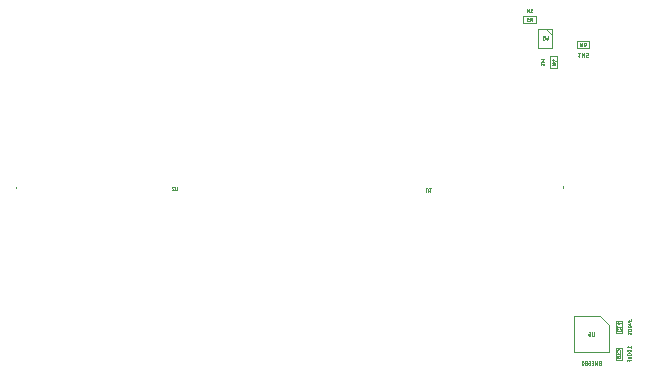
<source format=gbr>
%TF.GenerationSoftware,KiCad,Pcbnew,8.0.2-1*%
%TF.CreationDate,2024-12-04T10:13:36+09:00*%
%TF.ProjectId,gas_nrf52832,6761735f-6e72-4663-9532-3833322e6b69,rev?*%
%TF.SameCoordinates,Original*%
%TF.FileFunction,AssemblyDrawing,Bot*%
%FSLAX46Y46*%
G04 Gerber Fmt 4.6, Leading zero omitted, Abs format (unit mm)*
G04 Created by KiCad (PCBNEW 8.0.2-1) date 2024-12-04 10:13:36*
%MOMM*%
%LPD*%
G01*
G04 APERTURE LIST*
%ADD10C,0.060000*%
%ADD11C,0.100000*%
G04 APERTURE END LIST*
D10*
X134745713Y-80085665D02*
X134917142Y-80085665D01*
X134831427Y-80085665D02*
X134831427Y-79785665D01*
X134831427Y-79785665D02*
X134859999Y-79828522D01*
X134859999Y-79828522D02*
X134888570Y-79857094D01*
X134888570Y-79857094D02*
X134917142Y-79871380D01*
X134617142Y-80085665D02*
X134617142Y-79785665D01*
X134617142Y-79785665D02*
X134517142Y-79999951D01*
X134517142Y-79999951D02*
X134417142Y-79785665D01*
X134417142Y-79785665D02*
X134417142Y-80085665D01*
X134709999Y-80820665D02*
X134809999Y-80677808D01*
X134881428Y-80820665D02*
X134881428Y-80520665D01*
X134881428Y-80520665D02*
X134767142Y-80520665D01*
X134767142Y-80520665D02*
X134738571Y-80534951D01*
X134738571Y-80534951D02*
X134724285Y-80549237D01*
X134724285Y-80549237D02*
X134709999Y-80577808D01*
X134709999Y-80577808D02*
X134709999Y-80620665D01*
X134709999Y-80620665D02*
X134724285Y-80649237D01*
X134724285Y-80649237D02*
X134738571Y-80663522D01*
X134738571Y-80663522D02*
X134767142Y-80677808D01*
X134767142Y-80677808D02*
X134881428Y-80677808D01*
X134438571Y-80520665D02*
X134581428Y-80520665D01*
X134581428Y-80520665D02*
X134595714Y-80663522D01*
X134595714Y-80663522D02*
X134581428Y-80649237D01*
X134581428Y-80649237D02*
X134552857Y-80634951D01*
X134552857Y-80634951D02*
X134481428Y-80634951D01*
X134481428Y-80634951D02*
X134452857Y-80649237D01*
X134452857Y-80649237D02*
X134438571Y-80663522D01*
X134438571Y-80663522D02*
X134424285Y-80692094D01*
X134424285Y-80692094D02*
X134424285Y-80763522D01*
X134424285Y-80763522D02*
X134438571Y-80792094D01*
X134438571Y-80792094D02*
X134452857Y-80806380D01*
X134452857Y-80806380D02*
X134481428Y-80820665D01*
X134481428Y-80820665D02*
X134552857Y-80820665D01*
X134552857Y-80820665D02*
X134581428Y-80806380D01*
X134581428Y-80806380D02*
X134595714Y-80792094D01*
X135987428Y-82095762D02*
X135958857Y-82110048D01*
X135958857Y-82110048D02*
X135930285Y-82138620D01*
X135930285Y-82138620D02*
X135887428Y-82181477D01*
X135887428Y-82181477D02*
X135858857Y-82195762D01*
X135858857Y-82195762D02*
X135830285Y-82195762D01*
X135844571Y-82124334D02*
X135816000Y-82138620D01*
X135816000Y-82138620D02*
X135787428Y-82167191D01*
X135787428Y-82167191D02*
X135773142Y-82224334D01*
X135773142Y-82224334D02*
X135773142Y-82324334D01*
X135773142Y-82324334D02*
X135787428Y-82381477D01*
X135787428Y-82381477D02*
X135816000Y-82410048D01*
X135816000Y-82410048D02*
X135844571Y-82424334D01*
X135844571Y-82424334D02*
X135901714Y-82424334D01*
X135901714Y-82424334D02*
X135930285Y-82410048D01*
X135930285Y-82410048D02*
X135958857Y-82381477D01*
X135958857Y-82381477D02*
X135973142Y-82324334D01*
X135973142Y-82324334D02*
X135973142Y-82224334D01*
X135973142Y-82224334D02*
X135958857Y-82167191D01*
X135958857Y-82167191D02*
X135930285Y-82138620D01*
X135930285Y-82138620D02*
X135901714Y-82124334D01*
X135901714Y-82124334D02*
X135844571Y-82124334D01*
X136230286Y-82324334D02*
X136230286Y-82124334D01*
X136158857Y-82438620D02*
X136087428Y-82224334D01*
X136087428Y-82224334D02*
X136273143Y-82224334D01*
X140614285Y-109761022D02*
X140571428Y-109775308D01*
X140571428Y-109775308D02*
X140557142Y-109789594D01*
X140557142Y-109789594D02*
X140542856Y-109818165D01*
X140542856Y-109818165D02*
X140542856Y-109861022D01*
X140542856Y-109861022D02*
X140557142Y-109889594D01*
X140557142Y-109889594D02*
X140571428Y-109903880D01*
X140571428Y-109903880D02*
X140599999Y-109918165D01*
X140599999Y-109918165D02*
X140714285Y-109918165D01*
X140714285Y-109918165D02*
X140714285Y-109618165D01*
X140714285Y-109618165D02*
X140614285Y-109618165D01*
X140614285Y-109618165D02*
X140585714Y-109632451D01*
X140585714Y-109632451D02*
X140571428Y-109646737D01*
X140571428Y-109646737D02*
X140557142Y-109675308D01*
X140557142Y-109675308D02*
X140557142Y-109703880D01*
X140557142Y-109703880D02*
X140571428Y-109732451D01*
X140571428Y-109732451D02*
X140585714Y-109746737D01*
X140585714Y-109746737D02*
X140614285Y-109761022D01*
X140614285Y-109761022D02*
X140714285Y-109761022D01*
X140414285Y-109918165D02*
X140414285Y-109618165D01*
X140414285Y-109618165D02*
X140314285Y-109832451D01*
X140314285Y-109832451D02*
X140214285Y-109618165D01*
X140214285Y-109618165D02*
X140214285Y-109918165D01*
X140071428Y-109761022D02*
X139971428Y-109761022D01*
X139928571Y-109918165D02*
X140071428Y-109918165D01*
X140071428Y-109918165D02*
X140071428Y-109618165D01*
X140071428Y-109618165D02*
X139928571Y-109618165D01*
X139671428Y-109618165D02*
X139728570Y-109618165D01*
X139728570Y-109618165D02*
X139757142Y-109632451D01*
X139757142Y-109632451D02*
X139771428Y-109646737D01*
X139771428Y-109646737D02*
X139799999Y-109689594D01*
X139799999Y-109689594D02*
X139814285Y-109746737D01*
X139814285Y-109746737D02*
X139814285Y-109861022D01*
X139814285Y-109861022D02*
X139799999Y-109889594D01*
X139799999Y-109889594D02*
X139785713Y-109903880D01*
X139785713Y-109903880D02*
X139757142Y-109918165D01*
X139757142Y-109918165D02*
X139699999Y-109918165D01*
X139699999Y-109918165D02*
X139671428Y-109903880D01*
X139671428Y-109903880D02*
X139657142Y-109889594D01*
X139657142Y-109889594D02*
X139642856Y-109861022D01*
X139642856Y-109861022D02*
X139642856Y-109789594D01*
X139642856Y-109789594D02*
X139657142Y-109761022D01*
X139657142Y-109761022D02*
X139671428Y-109746737D01*
X139671428Y-109746737D02*
X139699999Y-109732451D01*
X139699999Y-109732451D02*
X139757142Y-109732451D01*
X139757142Y-109732451D02*
X139785713Y-109746737D01*
X139785713Y-109746737D02*
X139799999Y-109761022D01*
X139799999Y-109761022D02*
X139814285Y-109789594D01*
X139471428Y-109746737D02*
X139499999Y-109732451D01*
X139499999Y-109732451D02*
X139514285Y-109718165D01*
X139514285Y-109718165D02*
X139528571Y-109689594D01*
X139528571Y-109689594D02*
X139528571Y-109675308D01*
X139528571Y-109675308D02*
X139514285Y-109646737D01*
X139514285Y-109646737D02*
X139499999Y-109632451D01*
X139499999Y-109632451D02*
X139471428Y-109618165D01*
X139471428Y-109618165D02*
X139414285Y-109618165D01*
X139414285Y-109618165D02*
X139385714Y-109632451D01*
X139385714Y-109632451D02*
X139371428Y-109646737D01*
X139371428Y-109646737D02*
X139357142Y-109675308D01*
X139357142Y-109675308D02*
X139357142Y-109689594D01*
X139357142Y-109689594D02*
X139371428Y-109718165D01*
X139371428Y-109718165D02*
X139385714Y-109732451D01*
X139385714Y-109732451D02*
X139414285Y-109746737D01*
X139414285Y-109746737D02*
X139471428Y-109746737D01*
X139471428Y-109746737D02*
X139499999Y-109761022D01*
X139499999Y-109761022D02*
X139514285Y-109775308D01*
X139514285Y-109775308D02*
X139528571Y-109803880D01*
X139528571Y-109803880D02*
X139528571Y-109861022D01*
X139528571Y-109861022D02*
X139514285Y-109889594D01*
X139514285Y-109889594D02*
X139499999Y-109903880D01*
X139499999Y-109903880D02*
X139471428Y-109918165D01*
X139471428Y-109918165D02*
X139414285Y-109918165D01*
X139414285Y-109918165D02*
X139385714Y-109903880D01*
X139385714Y-109903880D02*
X139371428Y-109889594D01*
X139371428Y-109889594D02*
X139357142Y-109861022D01*
X139357142Y-109861022D02*
X139357142Y-109803880D01*
X139357142Y-109803880D02*
X139371428Y-109775308D01*
X139371428Y-109775308D02*
X139385714Y-109761022D01*
X139385714Y-109761022D02*
X139414285Y-109746737D01*
X139171428Y-109618165D02*
X139142857Y-109618165D01*
X139142857Y-109618165D02*
X139114285Y-109632451D01*
X139114285Y-109632451D02*
X139100000Y-109646737D01*
X139100000Y-109646737D02*
X139085714Y-109675308D01*
X139085714Y-109675308D02*
X139071428Y-109732451D01*
X139071428Y-109732451D02*
X139071428Y-109803880D01*
X139071428Y-109803880D02*
X139085714Y-109861022D01*
X139085714Y-109861022D02*
X139100000Y-109889594D01*
X139100000Y-109889594D02*
X139114285Y-109903880D01*
X139114285Y-109903880D02*
X139142857Y-109918165D01*
X139142857Y-109918165D02*
X139171428Y-109918165D01*
X139171428Y-109918165D02*
X139200000Y-109903880D01*
X139200000Y-109903880D02*
X139214285Y-109889594D01*
X139214285Y-109889594D02*
X139228571Y-109861022D01*
X139228571Y-109861022D02*
X139242857Y-109803880D01*
X139242857Y-109803880D02*
X139242857Y-109732451D01*
X139242857Y-109732451D02*
X139228571Y-109675308D01*
X139228571Y-109675308D02*
X139214285Y-109646737D01*
X139214285Y-109646737D02*
X139200000Y-109632451D01*
X139200000Y-109632451D02*
X139171428Y-109618165D01*
X140128571Y-107168165D02*
X140128571Y-107411022D01*
X140128571Y-107411022D02*
X140114285Y-107439594D01*
X140114285Y-107439594D02*
X140100000Y-107453880D01*
X140100000Y-107453880D02*
X140071428Y-107468165D01*
X140071428Y-107468165D02*
X140014285Y-107468165D01*
X140014285Y-107468165D02*
X139985714Y-107453880D01*
X139985714Y-107453880D02*
X139971428Y-107439594D01*
X139971428Y-107439594D02*
X139957142Y-107411022D01*
X139957142Y-107411022D02*
X139957142Y-107168165D01*
X139671428Y-107168165D02*
X139814285Y-107168165D01*
X139814285Y-107168165D02*
X139828571Y-107311022D01*
X139828571Y-107311022D02*
X139814285Y-107296737D01*
X139814285Y-107296737D02*
X139785714Y-107282451D01*
X139785714Y-107282451D02*
X139714285Y-107282451D01*
X139714285Y-107282451D02*
X139685714Y-107296737D01*
X139685714Y-107296737D02*
X139671428Y-107311022D01*
X139671428Y-107311022D02*
X139657142Y-107339594D01*
X139657142Y-107339594D02*
X139657142Y-107411022D01*
X139657142Y-107411022D02*
X139671428Y-107439594D01*
X139671428Y-107439594D02*
X139685714Y-107453880D01*
X139685714Y-107453880D02*
X139714285Y-107468165D01*
X139714285Y-107468165D02*
X139785714Y-107468165D01*
X139785714Y-107468165D02*
X139814285Y-107453880D01*
X139814285Y-107453880D02*
X139828571Y-107439594D01*
X135624334Y-84395713D02*
X135624334Y-84567142D01*
X135624334Y-84481427D02*
X135924334Y-84481427D01*
X135924334Y-84481427D02*
X135881477Y-84509999D01*
X135881477Y-84509999D02*
X135852905Y-84538570D01*
X135852905Y-84538570D02*
X135838620Y-84567142D01*
X135624334Y-84267142D02*
X135924334Y-84267142D01*
X135924334Y-84267142D02*
X135710048Y-84167142D01*
X135710048Y-84167142D02*
X135924334Y-84067142D01*
X135924334Y-84067142D02*
X135624334Y-84067142D01*
X136564334Y-84359999D02*
X136707191Y-84459999D01*
X136564334Y-84531428D02*
X136864334Y-84531428D01*
X136864334Y-84531428D02*
X136864334Y-84417142D01*
X136864334Y-84417142D02*
X136850048Y-84388571D01*
X136850048Y-84388571D02*
X136835762Y-84374285D01*
X136835762Y-84374285D02*
X136807191Y-84359999D01*
X136807191Y-84359999D02*
X136764334Y-84359999D01*
X136764334Y-84359999D02*
X136735762Y-84374285D01*
X136735762Y-84374285D02*
X136721477Y-84388571D01*
X136721477Y-84388571D02*
X136707191Y-84417142D01*
X136707191Y-84417142D02*
X136707191Y-84531428D01*
X136764334Y-84102857D02*
X136564334Y-84102857D01*
X136878620Y-84174285D02*
X136664334Y-84245714D01*
X136664334Y-84245714D02*
X136664334Y-84059999D01*
X91169620Y-94978571D02*
X91183905Y-94964285D01*
X91183905Y-94964285D02*
X91198191Y-94935714D01*
X91198191Y-94935714D02*
X91169620Y-94878571D01*
X91169620Y-94878571D02*
X91183905Y-94850000D01*
X91183905Y-94850000D02*
X91198191Y-94835714D01*
X104828571Y-94835665D02*
X104828571Y-95078522D01*
X104828571Y-95078522D02*
X104814285Y-95107094D01*
X104814285Y-95107094D02*
X104800000Y-95121380D01*
X104800000Y-95121380D02*
X104771428Y-95135665D01*
X104771428Y-95135665D02*
X104714285Y-95135665D01*
X104714285Y-95135665D02*
X104685714Y-95121380D01*
X104685714Y-95121380D02*
X104671428Y-95107094D01*
X104671428Y-95107094D02*
X104657142Y-95078522D01*
X104657142Y-95078522D02*
X104657142Y-94835665D01*
X104528571Y-94864237D02*
X104514285Y-94849951D01*
X104514285Y-94849951D02*
X104485714Y-94835665D01*
X104485714Y-94835665D02*
X104414285Y-94835665D01*
X104414285Y-94835665D02*
X104385714Y-94849951D01*
X104385714Y-94849951D02*
X104371428Y-94864237D01*
X104371428Y-94864237D02*
X104357142Y-94892808D01*
X104357142Y-94892808D02*
X104357142Y-94921380D01*
X104357142Y-94921380D02*
X104371428Y-94964237D01*
X104371428Y-94964237D02*
X104542856Y-95135665D01*
X104542856Y-95135665D02*
X104357142Y-95135665D01*
X142964334Y-107164285D02*
X142964334Y-107335714D01*
X142964334Y-107249999D02*
X143264334Y-107249999D01*
X143264334Y-107249999D02*
X143221477Y-107278571D01*
X143221477Y-107278571D02*
X143192905Y-107307142D01*
X143192905Y-107307142D02*
X143178620Y-107335714D01*
X143264334Y-106978571D02*
X143264334Y-106950000D01*
X143264334Y-106950000D02*
X143250048Y-106921428D01*
X143250048Y-106921428D02*
X143235762Y-106907143D01*
X143235762Y-106907143D02*
X143207191Y-106892857D01*
X143207191Y-106892857D02*
X143150048Y-106878571D01*
X143150048Y-106878571D02*
X143078620Y-106878571D01*
X143078620Y-106878571D02*
X143021477Y-106892857D01*
X143021477Y-106892857D02*
X142992905Y-106907143D01*
X142992905Y-106907143D02*
X142978620Y-106921428D01*
X142978620Y-106921428D02*
X142964334Y-106950000D01*
X142964334Y-106950000D02*
X142964334Y-106978571D01*
X142964334Y-106978571D02*
X142978620Y-107007143D01*
X142978620Y-107007143D02*
X142992905Y-107021428D01*
X142992905Y-107021428D02*
X143021477Y-107035714D01*
X143021477Y-107035714D02*
X143078620Y-107050000D01*
X143078620Y-107050000D02*
X143150048Y-107050000D01*
X143150048Y-107050000D02*
X143207191Y-107035714D01*
X143207191Y-107035714D02*
X143235762Y-107021428D01*
X143235762Y-107021428D02*
X143250048Y-107007143D01*
X143250048Y-107007143D02*
X143264334Y-106978571D01*
X143264334Y-106692857D02*
X143264334Y-106664286D01*
X143264334Y-106664286D02*
X143250048Y-106635714D01*
X143250048Y-106635714D02*
X143235762Y-106621429D01*
X143235762Y-106621429D02*
X143207191Y-106607143D01*
X143207191Y-106607143D02*
X143150048Y-106592857D01*
X143150048Y-106592857D02*
X143078620Y-106592857D01*
X143078620Y-106592857D02*
X143021477Y-106607143D01*
X143021477Y-106607143D02*
X142992905Y-106621429D01*
X142992905Y-106621429D02*
X142978620Y-106635714D01*
X142978620Y-106635714D02*
X142964334Y-106664286D01*
X142964334Y-106664286D02*
X142964334Y-106692857D01*
X142964334Y-106692857D02*
X142978620Y-106721429D01*
X142978620Y-106721429D02*
X142992905Y-106735714D01*
X142992905Y-106735714D02*
X143021477Y-106750000D01*
X143021477Y-106750000D02*
X143078620Y-106764286D01*
X143078620Y-106764286D02*
X143150048Y-106764286D01*
X143150048Y-106764286D02*
X143207191Y-106750000D01*
X143207191Y-106750000D02*
X143235762Y-106735714D01*
X143235762Y-106735714D02*
X143250048Y-106721429D01*
X143250048Y-106721429D02*
X143264334Y-106692857D01*
X143164334Y-106464286D02*
X142964334Y-106464286D01*
X143135762Y-106464286D02*
X143150048Y-106450000D01*
X143150048Y-106450000D02*
X143164334Y-106421429D01*
X143164334Y-106421429D02*
X143164334Y-106378572D01*
X143164334Y-106378572D02*
X143150048Y-106350000D01*
X143150048Y-106350000D02*
X143121477Y-106335715D01*
X143121477Y-106335715D02*
X142964334Y-106335715D01*
X143121477Y-106092857D02*
X143121477Y-106192857D01*
X142964334Y-106192857D02*
X143264334Y-106192857D01*
X143264334Y-106192857D02*
X143264334Y-106050000D01*
X142117905Y-106892856D02*
X142103620Y-106907142D01*
X142103620Y-106907142D02*
X142089334Y-106949999D01*
X142089334Y-106949999D02*
X142089334Y-106978571D01*
X142089334Y-106978571D02*
X142103620Y-107021428D01*
X142103620Y-107021428D02*
X142132191Y-107049999D01*
X142132191Y-107049999D02*
X142160762Y-107064285D01*
X142160762Y-107064285D02*
X142217905Y-107078571D01*
X142217905Y-107078571D02*
X142260762Y-107078571D01*
X142260762Y-107078571D02*
X142317905Y-107064285D01*
X142317905Y-107064285D02*
X142346477Y-107049999D01*
X142346477Y-107049999D02*
X142375048Y-107021428D01*
X142375048Y-107021428D02*
X142389334Y-106978571D01*
X142389334Y-106978571D02*
X142389334Y-106949999D01*
X142389334Y-106949999D02*
X142375048Y-106907142D01*
X142375048Y-106907142D02*
X142360762Y-106892856D01*
X142089334Y-106607142D02*
X142089334Y-106778571D01*
X142089334Y-106692856D02*
X142389334Y-106692856D01*
X142389334Y-106692856D02*
X142346477Y-106721428D01*
X142346477Y-106721428D02*
X142317905Y-106749999D01*
X142317905Y-106749999D02*
X142303620Y-106778571D01*
X142289334Y-106350000D02*
X142089334Y-106350000D01*
X142403620Y-106421428D02*
X142189334Y-106492857D01*
X142189334Y-106492857D02*
X142189334Y-106307142D01*
X138971429Y-83529334D02*
X138800000Y-83529334D01*
X138885715Y-83529334D02*
X138885715Y-83829334D01*
X138885715Y-83829334D02*
X138857143Y-83786477D01*
X138857143Y-83786477D02*
X138828572Y-83757905D01*
X138828572Y-83757905D02*
X138800000Y-83743620D01*
X139100000Y-83529334D02*
X139100000Y-83829334D01*
X139100000Y-83829334D02*
X139200000Y-83615048D01*
X139200000Y-83615048D02*
X139300000Y-83829334D01*
X139300000Y-83829334D02*
X139300000Y-83529334D01*
X139585714Y-83829334D02*
X139442857Y-83829334D01*
X139442857Y-83829334D02*
X139428571Y-83686477D01*
X139428571Y-83686477D02*
X139442857Y-83700762D01*
X139442857Y-83700762D02*
X139471429Y-83715048D01*
X139471429Y-83715048D02*
X139542857Y-83715048D01*
X139542857Y-83715048D02*
X139571429Y-83700762D01*
X139571429Y-83700762D02*
X139585714Y-83686477D01*
X139585714Y-83686477D02*
X139600000Y-83657905D01*
X139600000Y-83657905D02*
X139600000Y-83586477D01*
X139600000Y-83586477D02*
X139585714Y-83557905D01*
X139585714Y-83557905D02*
X139571429Y-83543620D01*
X139571429Y-83543620D02*
X139542857Y-83529334D01*
X139542857Y-83529334D02*
X139471429Y-83529334D01*
X139471429Y-83529334D02*
X139442857Y-83543620D01*
X139442857Y-83543620D02*
X139428571Y-83557905D01*
X139150000Y-82664334D02*
X139050000Y-82807191D01*
X138978571Y-82664334D02*
X138978571Y-82964334D01*
X138978571Y-82964334D02*
X139092857Y-82964334D01*
X139092857Y-82964334D02*
X139121428Y-82950048D01*
X139121428Y-82950048D02*
X139135714Y-82935762D01*
X139135714Y-82935762D02*
X139150000Y-82907191D01*
X139150000Y-82907191D02*
X139150000Y-82864334D01*
X139150000Y-82864334D02*
X139135714Y-82835762D01*
X139135714Y-82835762D02*
X139121428Y-82821477D01*
X139121428Y-82821477D02*
X139092857Y-82807191D01*
X139092857Y-82807191D02*
X138978571Y-82807191D01*
X139407143Y-82964334D02*
X139350000Y-82964334D01*
X139350000Y-82964334D02*
X139321428Y-82950048D01*
X139321428Y-82950048D02*
X139307143Y-82935762D01*
X139307143Y-82935762D02*
X139278571Y-82892905D01*
X139278571Y-82892905D02*
X139264285Y-82835762D01*
X139264285Y-82835762D02*
X139264285Y-82721477D01*
X139264285Y-82721477D02*
X139278571Y-82692905D01*
X139278571Y-82692905D02*
X139292857Y-82678620D01*
X139292857Y-82678620D02*
X139321428Y-82664334D01*
X139321428Y-82664334D02*
X139378571Y-82664334D01*
X139378571Y-82664334D02*
X139407143Y-82678620D01*
X139407143Y-82678620D02*
X139421428Y-82692905D01*
X139421428Y-82692905D02*
X139435714Y-82721477D01*
X139435714Y-82721477D02*
X139435714Y-82792905D01*
X139435714Y-82792905D02*
X139421428Y-82821477D01*
X139421428Y-82821477D02*
X139407143Y-82835762D01*
X139407143Y-82835762D02*
X139378571Y-82850048D01*
X139378571Y-82850048D02*
X139321428Y-82850048D01*
X139321428Y-82850048D02*
X139292857Y-82835762D01*
X139292857Y-82835762D02*
X139278571Y-82821477D01*
X139278571Y-82821477D02*
X139264285Y-82792905D01*
X143235665Y-108525714D02*
X143235665Y-108354285D01*
X143235665Y-108440000D02*
X142935665Y-108440000D01*
X142935665Y-108440000D02*
X142978522Y-108411428D01*
X142978522Y-108411428D02*
X143007094Y-108382857D01*
X143007094Y-108382857D02*
X143021380Y-108354285D01*
X142935665Y-108711428D02*
X142935665Y-108739999D01*
X142935665Y-108739999D02*
X142949951Y-108768571D01*
X142949951Y-108768571D02*
X142964237Y-108782857D01*
X142964237Y-108782857D02*
X142992808Y-108797142D01*
X142992808Y-108797142D02*
X143049951Y-108811428D01*
X143049951Y-108811428D02*
X143121380Y-108811428D01*
X143121380Y-108811428D02*
X143178522Y-108797142D01*
X143178522Y-108797142D02*
X143207094Y-108782857D01*
X143207094Y-108782857D02*
X143221380Y-108768571D01*
X143221380Y-108768571D02*
X143235665Y-108739999D01*
X143235665Y-108739999D02*
X143235665Y-108711428D01*
X143235665Y-108711428D02*
X143221380Y-108682857D01*
X143221380Y-108682857D02*
X143207094Y-108668571D01*
X143207094Y-108668571D02*
X143178522Y-108654285D01*
X143178522Y-108654285D02*
X143121380Y-108639999D01*
X143121380Y-108639999D02*
X143049951Y-108639999D01*
X143049951Y-108639999D02*
X142992808Y-108654285D01*
X142992808Y-108654285D02*
X142964237Y-108668571D01*
X142964237Y-108668571D02*
X142949951Y-108682857D01*
X142949951Y-108682857D02*
X142935665Y-108711428D01*
X142935665Y-108997142D02*
X142935665Y-109025713D01*
X142935665Y-109025713D02*
X142949951Y-109054285D01*
X142949951Y-109054285D02*
X142964237Y-109068571D01*
X142964237Y-109068571D02*
X142992808Y-109082856D01*
X142992808Y-109082856D02*
X143049951Y-109097142D01*
X143049951Y-109097142D02*
X143121380Y-109097142D01*
X143121380Y-109097142D02*
X143178522Y-109082856D01*
X143178522Y-109082856D02*
X143207094Y-109068571D01*
X143207094Y-109068571D02*
X143221380Y-109054285D01*
X143221380Y-109054285D02*
X143235665Y-109025713D01*
X143235665Y-109025713D02*
X143235665Y-108997142D01*
X143235665Y-108997142D02*
X143221380Y-108968571D01*
X143221380Y-108968571D02*
X143207094Y-108954285D01*
X143207094Y-108954285D02*
X143178522Y-108939999D01*
X143178522Y-108939999D02*
X143121380Y-108925713D01*
X143121380Y-108925713D02*
X143049951Y-108925713D01*
X143049951Y-108925713D02*
X142992808Y-108939999D01*
X142992808Y-108939999D02*
X142964237Y-108954285D01*
X142964237Y-108954285D02*
X142949951Y-108968571D01*
X142949951Y-108968571D02*
X142935665Y-108997142D01*
X143035665Y-109225713D02*
X143235665Y-109225713D01*
X143064237Y-109225713D02*
X143049951Y-109239999D01*
X143049951Y-109239999D02*
X143035665Y-109268570D01*
X143035665Y-109268570D02*
X143035665Y-109311427D01*
X143035665Y-109311427D02*
X143049951Y-109339999D01*
X143049951Y-109339999D02*
X143078522Y-109354285D01*
X143078522Y-109354285D02*
X143235665Y-109354285D01*
X143078522Y-109597142D02*
X143078522Y-109497142D01*
X143235665Y-109497142D02*
X142935665Y-109497142D01*
X142935665Y-109497142D02*
X142935665Y-109639999D01*
X142332094Y-108802143D02*
X142346380Y-108787857D01*
X142346380Y-108787857D02*
X142360665Y-108745000D01*
X142360665Y-108745000D02*
X142360665Y-108716428D01*
X142360665Y-108716428D02*
X142346380Y-108673571D01*
X142346380Y-108673571D02*
X142317808Y-108645000D01*
X142317808Y-108645000D02*
X142289237Y-108630714D01*
X142289237Y-108630714D02*
X142232094Y-108616428D01*
X142232094Y-108616428D02*
X142189237Y-108616428D01*
X142189237Y-108616428D02*
X142132094Y-108630714D01*
X142132094Y-108630714D02*
X142103522Y-108645000D01*
X142103522Y-108645000D02*
X142074951Y-108673571D01*
X142074951Y-108673571D02*
X142060665Y-108716428D01*
X142060665Y-108716428D02*
X142060665Y-108745000D01*
X142060665Y-108745000D02*
X142074951Y-108787857D01*
X142074951Y-108787857D02*
X142089237Y-108802143D01*
X142360665Y-109087857D02*
X142360665Y-108916428D01*
X142360665Y-109002143D02*
X142060665Y-109002143D01*
X142060665Y-109002143D02*
X142103522Y-108973571D01*
X142103522Y-108973571D02*
X142132094Y-108945000D01*
X142132094Y-108945000D02*
X142146380Y-108916428D01*
X142060665Y-109359285D02*
X142060665Y-109216428D01*
X142060665Y-109216428D02*
X142203522Y-109202142D01*
X142203522Y-109202142D02*
X142189237Y-109216428D01*
X142189237Y-109216428D02*
X142174951Y-109245000D01*
X142174951Y-109245000D02*
X142174951Y-109316428D01*
X142174951Y-109316428D02*
X142189237Y-109345000D01*
X142189237Y-109345000D02*
X142203522Y-109359285D01*
X142203522Y-109359285D02*
X142232094Y-109373571D01*
X142232094Y-109373571D02*
X142303522Y-109373571D01*
X142303522Y-109373571D02*
X142332094Y-109359285D01*
X142332094Y-109359285D02*
X142346380Y-109345000D01*
X142346380Y-109345000D02*
X142360665Y-109316428D01*
X142360665Y-109316428D02*
X142360665Y-109245000D01*
X142360665Y-109245000D02*
X142346380Y-109216428D01*
X142346380Y-109216428D02*
X142332094Y-109202142D01*
X137525380Y-94821428D02*
X137511094Y-94835714D01*
X137511094Y-94835714D02*
X137496808Y-94864285D01*
X137496808Y-94864285D02*
X137525380Y-94921428D01*
X137525380Y-94921428D02*
X137511094Y-94949999D01*
X137511094Y-94949999D02*
X137496808Y-94964285D01*
X125871428Y-95264334D02*
X125871428Y-95021477D01*
X125871428Y-95021477D02*
X125885714Y-94992905D01*
X125885714Y-94992905D02*
X125900000Y-94978620D01*
X125900000Y-94978620D02*
X125928571Y-94964334D01*
X125928571Y-94964334D02*
X125985714Y-94964334D01*
X125985714Y-94964334D02*
X126014285Y-94978620D01*
X126014285Y-94978620D02*
X126028571Y-94992905D01*
X126028571Y-94992905D02*
X126042857Y-95021477D01*
X126042857Y-95021477D02*
X126042857Y-95264334D01*
X126342857Y-94964334D02*
X126171428Y-94964334D01*
X126257143Y-94964334D02*
X126257143Y-95264334D01*
X126257143Y-95264334D02*
X126228571Y-95221477D01*
X126228571Y-95221477D02*
X126200000Y-95192905D01*
X126200000Y-95192905D02*
X126171428Y-95178620D01*
D11*
X134135000Y-80415000D02*
X135185000Y-80415000D01*
X134135000Y-80955000D02*
X134135000Y-80415000D01*
X135185000Y-80415000D02*
X135185000Y-80955000D01*
X135185000Y-80955000D02*
X134135000Y-80955000D01*
X135428000Y-81460000D02*
X136604000Y-81460000D01*
X135428000Y-83060000D02*
X135428000Y-81460000D01*
X136104000Y-81460000D02*
X136604000Y-81960000D01*
X136604000Y-81460000D02*
X136604000Y-83060000D01*
X136604000Y-83060000D02*
X135428000Y-83060000D01*
X138400000Y-105832500D02*
X140650000Y-105832500D01*
X138400000Y-108832500D02*
X138400000Y-105832500D01*
X140650000Y-105832500D02*
X141400000Y-106582500D01*
X141400000Y-106582500D02*
X141400000Y-108832500D01*
X141400000Y-108832500D02*
X138400000Y-108832500D01*
X136430000Y-83785000D02*
X136970000Y-83785000D01*
X136430000Y-84835000D02*
X136430000Y-83785000D01*
X136970000Y-83785000D02*
X136970000Y-84835000D01*
X136970000Y-84835000D02*
X136430000Y-84835000D01*
X141975000Y-106200000D02*
X142475000Y-106200000D01*
X141975000Y-107200000D02*
X141975000Y-106200000D01*
X142475000Y-106200000D02*
X142475000Y-107200000D01*
X142475000Y-107200000D02*
X141975000Y-107200000D01*
X138675000Y-82530000D02*
X139725000Y-82530000D01*
X138675000Y-83070000D02*
X138675000Y-82530000D01*
X139725000Y-82530000D02*
X139725000Y-83070000D01*
X139725000Y-83070000D02*
X138675000Y-83070000D01*
X141975000Y-108495000D02*
X142475000Y-108495000D01*
X141975000Y-109495000D02*
X141975000Y-108495000D01*
X142475000Y-108495000D02*
X142475000Y-109495000D01*
X142475000Y-109495000D02*
X141975000Y-109495000D01*
M02*

</source>
